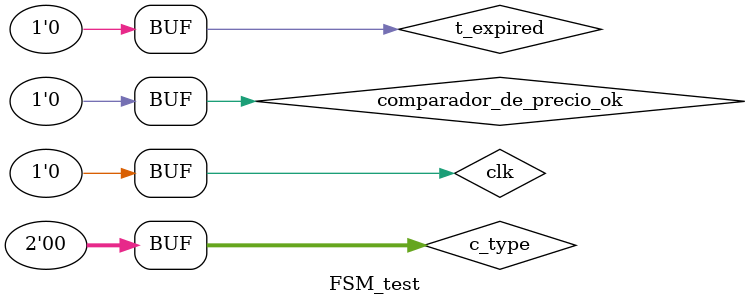
<source format=v>
`timescale 1ns / 1ps


module FSM_test;

	// Inputs
	reg clk;
	reg comparador_de_precio_ok;
	reg [1:0] c_type;
	reg t_expired;

	// Outputs
	wire [2:0] ing_type;
	wire start_timer;
	wire [7:3] led;

	// Instantiate the Unit Under Test (UUT)
	FSM uut (
		.clk(clk), 
		.comparador_de_precio_ok(comparador_de_precio_ok), 
		.c_type(c_type), 
		.t_expired(t_expired), 
		.ing_type(ing_type), 
		.start_timer(start_timer), 
		.led(led)
	);

	initial begin
		// Initialize Inputs
		clk = 0;
		comparador_de_precio_ok = 0;
		c_type = 0;
		t_expired = 0;

		// Wait 100 ns for global reset to finish
		#100;
        
		// Add stimulus here

	end
      
endmodule


</source>
